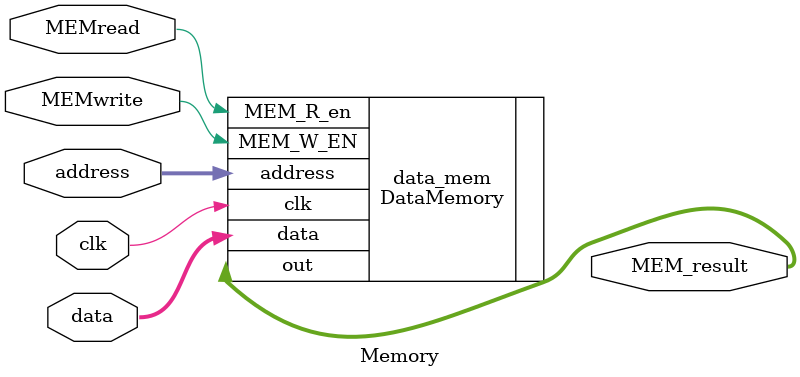
<source format=v>
module Memory (
    input clk, MEMwrite, MEMread,
    input[31:0] address, data,
    output[31:0] MEM_result
  );

  DataMemory data_mem(
             .clk(clk),
             .MEM_W_EN(MEMwrite),
             .MEM_R_en(MEMread),
             .address(address),
             .data(data),
             .out(MEM_result)
           );


endmodule

</source>
